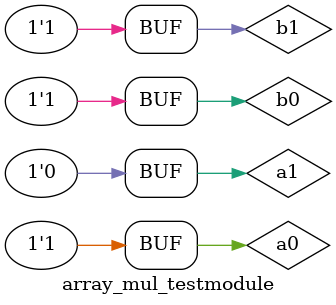
<source format=v>
`include"hf.v"
module array_mul_testmodule();
reg a0,a1,b0,b1;
wire c3,c2,c1,c0;
array_mul test(c3,c2,c1,c0,a0,a1,b0,b1);
initial
begin
$dumpfile("array_mul_test.vcd");
$dumpvars(0,array_mul_testmodule);
end
initial
begin
a0=0;
a1=0;
b0=0;
b1=0;
#10;

a0=0;
a1=1;
b0=0;
b1=0;
#10;

a0=0;
a1=0;
b0=1;
b1=0;
#10;

a0=1;
a1=0;
b0=1;
b1=0;
#10;

a0=1;
a1=1;
b0=1;
b1=1;
#10;

a0=1;
a1=0;
b0=1;
b1=1;
#10;

end
endmodule


</source>
